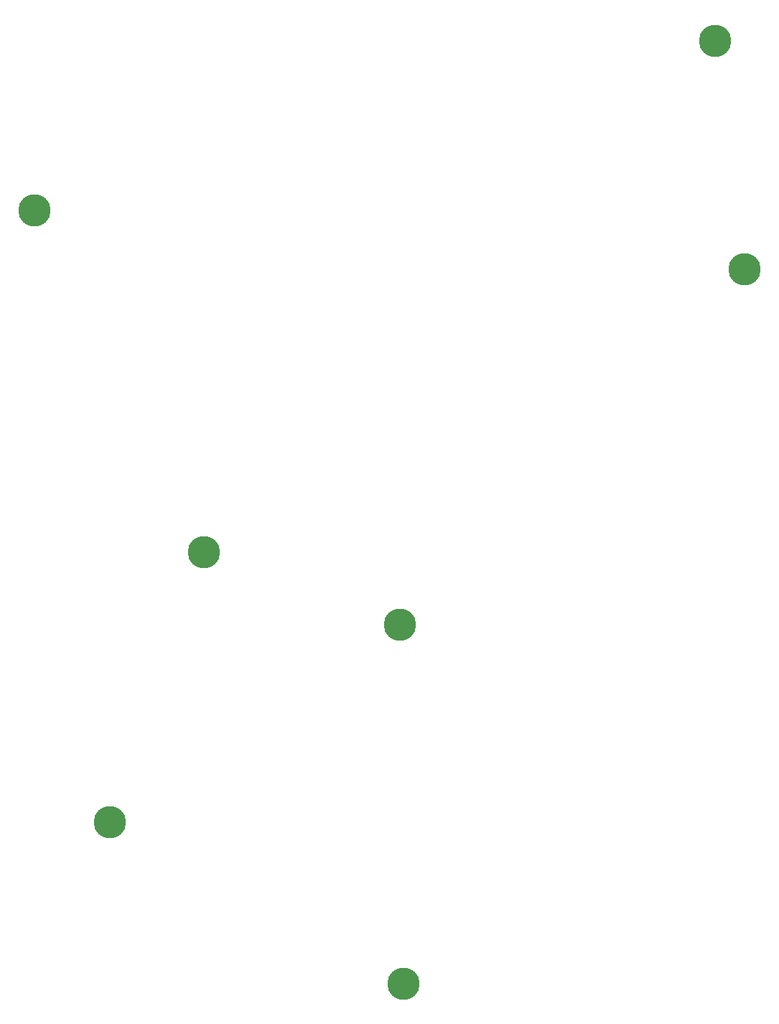
<source format=gbr>
%TF.GenerationSoftware,KiCad,Pcbnew,(6.0.7-1)-1*%
%TF.CreationDate,2022-09-15T11:20:54-04:00*%
%TF.ProjectId,skyline_pcb_exp_bottom_plate,736b796c-696e-4655-9f70-63625f657870,v1.0.0*%
%TF.SameCoordinates,Original*%
%TF.FileFunction,Copper,L1,Top*%
%TF.FilePolarity,Positive*%
%FSLAX46Y46*%
G04 Gerber Fmt 4.6, Leading zero omitted, Abs format (unit mm)*
G04 Created by KiCad (PCBNEW (6.0.7-1)-1) date 2022-09-15 11:20:54*
%MOMM*%
%LPD*%
G01*
G04 APERTURE LIST*
%TA.AperFunction,ConnectorPad*%
%ADD10C,3.800000*%
%TD*%
%TA.AperFunction,ComponentPad*%
%ADD11C,2.600000*%
%TD*%
G04 APERTURE END LIST*
D10*
%TO.P,REF\u002A\u002A,1*%
%TO.N,N/C*%
X124015222Y-232757363D03*
D11*
X124015222Y-232757363D03*
%TD*%
D10*
%TO.P,REF\u002A\u002A,1*%
%TO.N,N/C*%
X158663673Y-251794974D03*
D11*
X158663673Y-251794974D03*
%TD*%
D10*
%TO.P,REF\u002A\u002A,1*%
%TO.N,N/C*%
X115129124Y-160655677D03*
D11*
X115129124Y-160655677D03*
%TD*%
%TO.P,REF\u002A\u002A,1*%
%TO.N,N/C*%
X198819124Y-167615677D03*
D10*
X198819124Y-167615677D03*
%TD*%
D11*
%TO.P,REF\u002A\u002A,1*%
%TO.N,N/C*%
X158219124Y-209515677D03*
D10*
X158219124Y-209515677D03*
%TD*%
%TO.P,REF\u002A\u002A,1*%
%TO.N,N/C*%
X195393840Y-140631989D03*
D11*
X195393840Y-140631989D03*
%TD*%
%TO.P,REF\u002A\u002A,1*%
%TO.N,N/C*%
X135119124Y-200915677D03*
D10*
X135119124Y-200915677D03*
%TD*%
M02*

</source>
